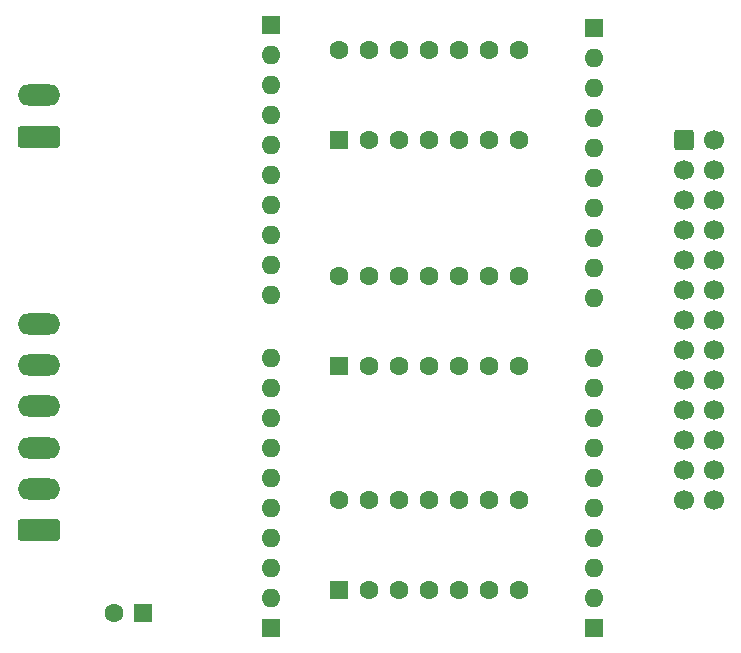
<source format=gts>
%TF.GenerationSoftware,KiCad,Pcbnew,7.0.11+dfsg-1build4*%
%TF.CreationDate,2025-09-15T10:53:29+02:00*%
%TF.ProjectId,upp10a3v1.1,75707031-3061-4337-9631-2e312e6b6963,rev?*%
%TF.SameCoordinates,Original*%
%TF.FileFunction,Soldermask,Top*%
%TF.FilePolarity,Negative*%
%FSLAX46Y46*%
G04 Gerber Fmt 4.6, Leading zero omitted, Abs format (unit mm)*
G04 Created by KiCad (PCBNEW 7.0.11+dfsg-1build4) date 2025-09-15 10:53:29*
%MOMM*%
%LPD*%
G01*
G04 APERTURE LIST*
G04 Aperture macros list*
%AMRoundRect*
0 Rectangle with rounded corners*
0 $1 Rounding radius*
0 $2 $3 $4 $5 $6 $7 $8 $9 X,Y pos of 4 corners*
0 Add a 4 corners polygon primitive as box body*
4,1,4,$2,$3,$4,$5,$6,$7,$8,$9,$2,$3,0*
0 Add four circle primitives for the rounded corners*
1,1,$1+$1,$2,$3*
1,1,$1+$1,$4,$5*
1,1,$1+$1,$6,$7*
1,1,$1+$1,$8,$9*
0 Add four rect primitives between the rounded corners*
20,1,$1+$1,$2,$3,$4,$5,0*
20,1,$1+$1,$4,$5,$6,$7,0*
20,1,$1+$1,$6,$7,$8,$9,0*
20,1,$1+$1,$8,$9,$2,$3,0*%
G04 Aperture macros list end*
%ADD10RoundRect,0.250000X-0.600000X-0.600000X0.600000X-0.600000X0.600000X0.600000X-0.600000X0.600000X0*%
%ADD11C,1.700000*%
%ADD12R,1.600000X1.600000*%
%ADD13O,1.600000X1.600000*%
%ADD14RoundRect,0.250000X1.550000X-0.650000X1.550000X0.650000X-1.550000X0.650000X-1.550000X-0.650000X0*%
%ADD15O,3.600000X1.800000*%
%ADD16C,1.600000*%
G04 APERTURE END LIST*
D10*
%TO.C,J3*%
X110490000Y-90170000D03*
D11*
X113030000Y-90170000D03*
X110490000Y-92710000D03*
X113030000Y-92710000D03*
X110490000Y-95250000D03*
X113030000Y-95250000D03*
X110490000Y-97790000D03*
X113030000Y-97790000D03*
X110490000Y-100330000D03*
X113030000Y-100330000D03*
X110490000Y-102870000D03*
X113030000Y-102870000D03*
X110490000Y-105410000D03*
X113030000Y-105410000D03*
X110490000Y-107950000D03*
X113030000Y-107950000D03*
X110490000Y-110490000D03*
X113030000Y-110490000D03*
X110490000Y-113030000D03*
X113030000Y-113030000D03*
X110490000Y-115570000D03*
X113030000Y-115570000D03*
X110490000Y-118110000D03*
X113030000Y-118110000D03*
X110490000Y-120650000D03*
X113030000Y-120650000D03*
%TD*%
D12*
%TO.C,RN2*%
X102870000Y-80645000D03*
D13*
X102870000Y-83185000D03*
X102870000Y-85725000D03*
X102870000Y-88265000D03*
X102870000Y-90805000D03*
X102870000Y-93345000D03*
X102870000Y-95885000D03*
X102870000Y-98425000D03*
X102870000Y-100965000D03*
X102870000Y-103505000D03*
%TD*%
D14*
%TO.C,J2*%
X55880000Y-89860000D03*
D15*
X55880000Y-86360000D03*
%TD*%
D12*
%TO.C,C1*%
X64730000Y-130175000D03*
D16*
X62230000Y-130175000D03*
%TD*%
D12*
%TO.C,RN5*%
X75565000Y-80391000D03*
D13*
X75565000Y-82931000D03*
X75565000Y-85471000D03*
X75565000Y-88011000D03*
X75565000Y-90551000D03*
X75565000Y-93091000D03*
X75565000Y-95631000D03*
X75565000Y-98171000D03*
X75565000Y-100711000D03*
X75565000Y-103251000D03*
%TD*%
D12*
%TO.C,U5*%
X81280000Y-90170000D03*
D16*
X83820000Y-90170000D03*
X86360000Y-90170000D03*
X88900000Y-90170000D03*
X91440000Y-90170000D03*
X93980000Y-90170000D03*
X96520000Y-90170000D03*
X96520000Y-82550000D03*
X93980000Y-82550000D03*
X91440000Y-82550000D03*
X88900000Y-82550000D03*
X86360000Y-82550000D03*
X83820000Y-82550000D03*
X81280000Y-82550000D03*
%TD*%
D14*
%TO.C,J1*%
X55880000Y-123190000D03*
D15*
X55880000Y-119690000D03*
X55880000Y-116190000D03*
X55880000Y-112690000D03*
X55880000Y-109190000D03*
X55880000Y-105690000D03*
%TD*%
D12*
%TO.C,RN3*%
X102870000Y-131445000D03*
D13*
X102870000Y-128905000D03*
X102870000Y-126365000D03*
X102870000Y-123825000D03*
X102870000Y-121285000D03*
X102870000Y-118745000D03*
X102870000Y-116205000D03*
X102870000Y-113665000D03*
X102870000Y-111125000D03*
X102870000Y-108585000D03*
%TD*%
D12*
%TO.C,RN1*%
X75565000Y-131445000D03*
D13*
X75565000Y-128905000D03*
X75565000Y-126365000D03*
X75565000Y-123825000D03*
X75565000Y-121285000D03*
X75565000Y-118745000D03*
X75565000Y-116205000D03*
X75565000Y-113665000D03*
X75565000Y-111125000D03*
X75565000Y-108585000D03*
%TD*%
D12*
%TO.C,U4*%
X81280000Y-128270000D03*
D16*
X83820000Y-128270000D03*
X86360000Y-128270000D03*
X88900000Y-128270000D03*
X91440000Y-128270000D03*
X93980000Y-128270000D03*
X96520000Y-128270000D03*
X96520000Y-120650000D03*
X93980000Y-120650000D03*
X91440000Y-120650000D03*
X88900000Y-120650000D03*
X86360000Y-120650000D03*
X83820000Y-120650000D03*
X81280000Y-120650000D03*
%TD*%
D12*
%TO.C,U3*%
X81280000Y-109225000D03*
D16*
X83820000Y-109225000D03*
X86360000Y-109225000D03*
X88900000Y-109225000D03*
X91440000Y-109225000D03*
X93980000Y-109225000D03*
X96520000Y-109225000D03*
X96520000Y-101605000D03*
X93980000Y-101605000D03*
X91440000Y-101605000D03*
X88900000Y-101605000D03*
X86360000Y-101605000D03*
X83820000Y-101605000D03*
X81280000Y-101605000D03*
%TD*%
M02*

</source>
